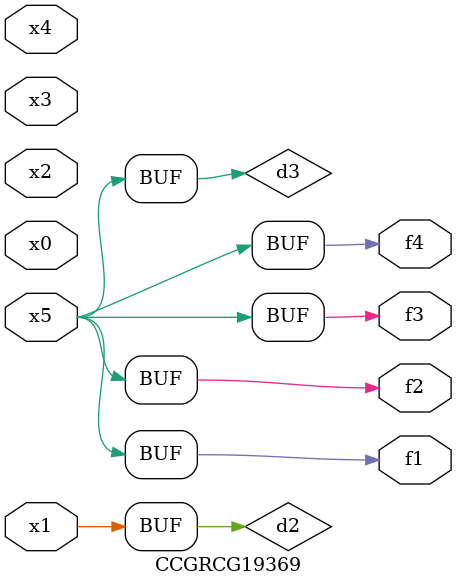
<source format=v>
module CCGRCG19369(
	input x0, x1, x2, x3, x4, x5,
	output f1, f2, f3, f4
);

	wire d1, d2, d3;

	not (d1, x5);
	or (d2, x1);
	xnor (d3, d1);
	assign f1 = d3;
	assign f2 = d3;
	assign f3 = d3;
	assign f4 = d3;
endmodule

</source>
